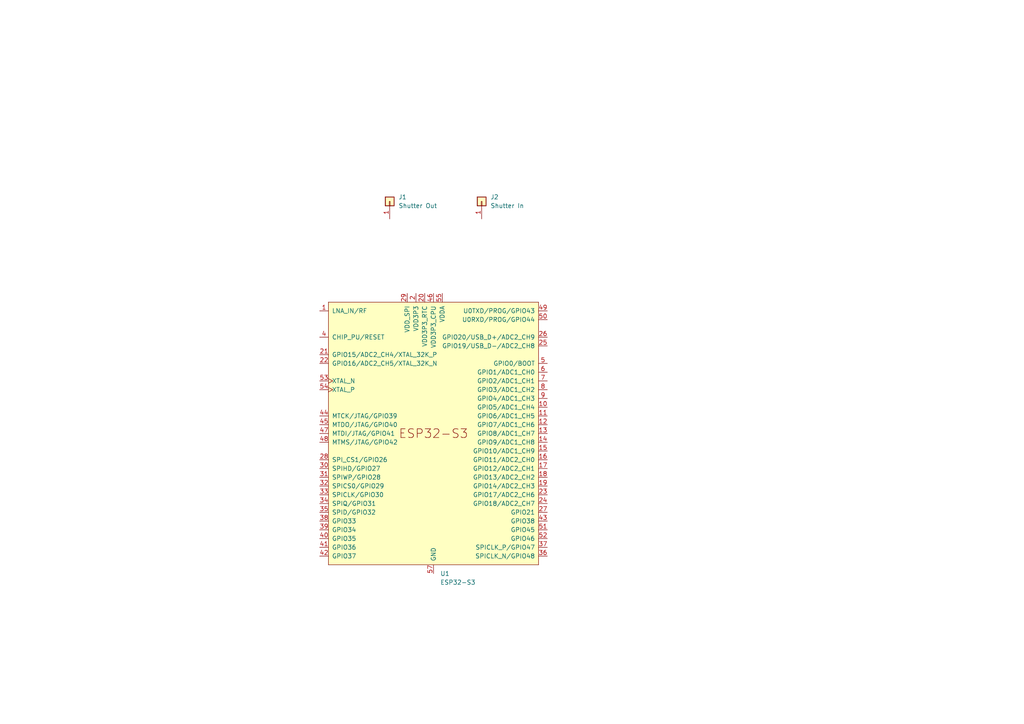
<source format=kicad_sch>
(kicad_sch (version 20230121) (generator eeschema)
  (paper "A4")
  (lib_symbols
    (symbol "Connector_Generic:Conn_01x01" (pin_names (offset 1.016) hide)
      (property "Reference" "J" (at 0 2.54 0))
      (property "Value" "Conn_01x01" (at 0 -2.54 0))
      (symbol "Conn_01x01_1_1"
        (rectangle (start -1.27 0.127) (end 0 -0.127) (stroke (width 0.1524)))
        (rectangle (start -1.27 1.27) (end 1.27 -1.27) (stroke (width 0.254)) (fill (type background)))
        (pin passive line (at -5.08 0 0) (length 3.81) (name "Pin_1") (number "1"))
      )
    )
    (symbol "Espressif:ESP32-S3" (pin_names (offset 1.016))
      (property "Reference" "U" (at -30.48 43.18 0))
      (property "Value" "ESP32-S3" (at -30.48 40.64 0))
      (symbol "ESP32-S3_0_0"
        (text "ESP32-S3" (at 0 0 0) (effects (font (size 2.54 2.54))))
        (pin bidirectional line (at 33.02 -35.56 180) (length 2.54) (name "SPICLK_N/GPIO48") (number "36"))
        (pin bidirectional line (at 33.02 -33.02 180) (length 2.54) (name "SPICLK_P/GPIO47") (number "37"))
      )
      (symbol "ESP32-S3_0_1"
        (rectangle (start -30.48 38.1) (end 30.48 -38.1) (fill (type background)))
      )
      (symbol "ESP32-S3_1_1"
        (pin bidirectional line (at -33.02 35.56 0) (length 2.54) (name "LNA_IN/RF") (number "1"))
        (pin bidirectional line (at 33.02 7.62 180) (length 2.54) (name "GPIO5/ADC1_CH4") (number "10"))
        (pin bidirectional line (at 33.02 5.08 180) (length 2.54) (name "GPIO6/ADC1_CH5") (number "11"))
        (pin bidirectional line (at 33.02 2.54 180) (length 2.54) (name "GPIO7/ADC1_CH6") (number "12"))
        (pin bidirectional line (at 33.02 0 180) (length 2.54) (name "GPIO8/ADC1_CH7") (number "13"))
        (pin bidirectional line (at 33.02 -2.54 180) (length 2.54) (name "GPIO9/ADC1_CH8") (number "14"))
        (pin bidirectional line (at 33.02 -5.08 180) (length 2.54) (name "GPIO10/ADC1_CH9") (number "15"))
        (pin bidirectional line (at 33.02 -7.62 180) (length 2.54) (name "GPIO11/ADC2_CH0") (number "16"))
        (pin bidirectional line (at 33.02 -10.16 180) (length 2.54) (name "GPIO12/ADC2_CH1") (number "17"))
        (pin bidirectional line (at 33.02 -12.7 180) (length 2.54) (name "GPIO13/ADC2_CH2") (number "18"))
        (pin bidirectional line (at 33.02 -15.24 180) (length 2.54) (name "GPIO14/ADC2_CH3") (number "19"))
        (pin power_in line (at -5.08 40.64 270) (length 2.54) (name "VDD3P3") (number "2"))
        (pin power_in line (at -2.54 40.64 270) (length 2.54) (name "VDD3P3_RTC") (number "20"))
        (pin bidirectional line (at -33.02 22.86 0) (length 2.54) (name "GPIO15/ADC2_CH4/XTAL_32K_P") (number "21"))
        (pin bidirectional line (at -33.02 20.32 0) (length 2.54) (name "GPIO16/ADC2_CH5/XTAL_32K_N") (number "22"))
        (pin bidirectional line (at 33.02 -17.78 180) (length 2.54) (name "GPIO17/ADC2_CH6") (number "23"))
        (pin bidirectional line (at 33.02 -20.32 180) (length 2.54) (name "GPIO18/ADC2_CH7") (number "24"))
        (pin bidirectional line (at 33.02 25.4 180) (length 2.54) (name "GPIO19/USB_D-/ADC2_CH8") (number "25"))
        (pin bidirectional line (at 33.02 27.94 180) (length 2.54) (name "GPIO20/USB_D+/ADC2_CH9") (number "26"))
        (pin bidirectional line (at 33.02 -22.86 180) (length 2.54) (name "GPIO21") (number "27"))
        (pin bidirectional line (at -33.02 -7.62 0) (length 2.54) (name "SPI_CS1/GPIO26") (number "28"))
        (pin power_out line (at -7.62 40.64 270) (length 2.54) (name "VDD_SPI") (number "29"))
        (pin power_in line (at -5.08 40.64 270) (length 2.54) hide (name "VDD3P3") (number "3"))
        (pin bidirectional line (at -33.02 -10.16 0) (length 2.54) (name "SPIHD/GPIO27") (number "30"))
        (pin bidirectional line (at -33.02 -12.7 0) (length 2.54) (name "SPIWP/GPIO28") (number "31"))
        (pin bidirectional line (at -33.02 -15.24 0) (length 2.54) (name "SPICS0/GPIO29") (number "32"))
        (pin bidirectional line (at -33.02 -17.78 0) (length 2.54) (name "SPICLK/GPIO30") (number "33"))
        (pin bidirectional line (at -33.02 -20.32 0) (length 2.54) (name "SPIQ/GPIO31") (number "34"))
        (pin bidirectional line (at -33.02 -22.86 0) (length 2.54) (name "SPID/GPIO32") (number "35"))
        (pin bidirectional line (at -33.02 -25.4 0) (length 2.54) (name "GPIO33") (number "38"))
        (pin bidirectional line (at -33.02 -27.94 0) (length 2.54) (name "GPIO34") (number "39"))
        (pin input line (at -33.02 27.94 0) (length 2.54) (name "CHIP_PU/RESET") (number "4"))
        (pin bidirectional line (at -33.02 -30.48 0) (length 2.54) (name "GPIO35") (number "40"))
        (pin bidirectional line (at -33.02 -33.02 0) (length 2.54) (name "GPIO36") (number "41"))
        (pin bidirectional line (at -33.02 -35.56 0) (length 2.54) (name "GPIO37") (number "42"))
        (pin bidirectional line (at 33.02 -25.4 180) (length 2.54) (name "GPIO38") (number "43"))
        (pin bidirectional line (at -33.02 5.08 0) (length 2.54) (name "MTCK/JTAG/GPIO39") (number "44"))
        (pin bidirectional line (at -33.02 2.54 0) (length 2.54) (name "MTDO/JTAG/GPIO40") (number "45"))
        (pin power_in line (at 0 40.64 270) (length 2.54) (name "VDD3P3_CPU") (number "46"))
        (pin bidirectional line (at -33.02 0 0) (length 2.54) (name "MTDI/JTAG/GPIO41") (number "47"))
        (pin bidirectional line (at -33.02 -2.54 0) (length 2.54) (name "MTMS/JTAG/GPIO42") (number "48"))
        (pin bidirectional line (at 33.02 35.56 180) (length 2.54) (name "U0TXD/PROG/GPIO43") (number "49"))
        (pin bidirectional line (at 33.02 20.32 180) (length 2.54) (name "GPIO0/BOOT") (number "5"))
        (pin bidirectional line (at 33.02 33.02 180) (length 2.54) (name "U0RXD/PROG/GPIO44") (number "50"))
        (pin bidirectional line (at 33.02 -27.94 180) (length 2.54) (name "GPIO45") (number "51"))
        (pin bidirectional line (at 33.02 -30.48 180) (length 2.54) (name "GPIO46") (number "52"))
        (pin input clock (at -33.02 15.24 0) (length 2.54) (name "XTAL_N") (number "53"))
        (pin output clock (at -33.02 12.7 0) (length 2.54) (name "XTAL_P") (number "54"))
        (pin power_in line (at 2.54 40.64 270) (length 2.54) (name "VDDA") (number "55"))
        (pin passive line (at 2.54 40.64 270) (length 2.54) hide (name "VDDA") (number "56"))
        (pin power_in line (at 0 -40.64 90) (length 2.54) (name "GND") (number "57"))
        (pin bidirectional line (at 33.02 17.78 180) (length 2.54) (name "GPIO1/ADC1_CH0") (number "6"))
        (pin bidirectional line (at 33.02 15.24 180) (length 2.54) (name "GPIO2/ADC1_CH1") (number "7"))
        (pin bidirectional line (at 33.02 12.7 180) (length 2.54) (name "GPIO3/ADC1_CH2") (number "8"))
        (pin bidirectional line (at 33.02 10.16 180) (length 2.54) (name "GPIO4/ADC1_CH3") (number "9"))
      )
    )
  )
  (symbol (lib_id "Connector_Generic:Conn_01x01") (at 139.7 58.42 90) (unit 1)
    (property "Reference" "J2" (at 142.24 57.15 90) (effects (justify right)))
    (property "Value" "Shutter In" (at 142.24 59.69 90) (effects (justify right)))
  )
  (symbol (lib_id "Espressif:ESP32-S3") (at 125.73 125.73 0) (unit 1)
    (property "Reference" "U1" (at 127.6859 166.37 0) (effects (justify left)))
    (property "Value" "ESP32-S3" (at 127.6859 168.91 0) (effects (justify left)))
    (property "Footprint" "Package_DFN_QFN:QFN-56-1EP_7x7mm_P0.4mm_EP5.6x5.6mm" (effects hide))
    (property "Datasheet" "https://www.espressif.com/sites/default/files/documentation/esp32-s3_datasheet_en.pdf" (effects hide))
  )
  (symbol (lib_id "Connector_Generic:Conn_01x01") (at 113.03 58.42 90) (unit 1)
    (property "Reference" "J1" (at 115.57 57.15 90) (effects (justify right)))
    (property "Value" "Shutter Out" (at 115.57 59.69 90) (effects (justify right)))
  )
)
</source>
